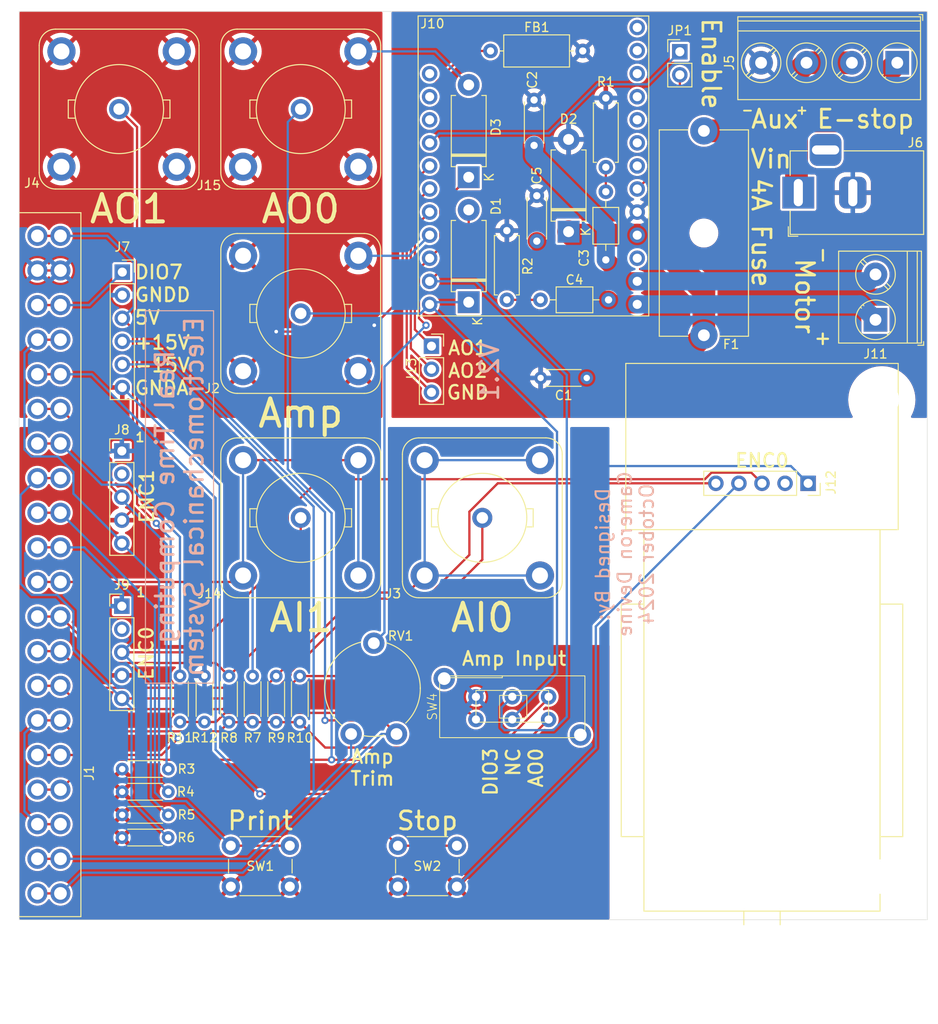
<source format=kicad_pcb>
(kicad_pcb (version 20221018) (generator pcbnew)
  (layers (0 "F.Cu" signal) (31 "B.Cu" signal) (34 "B.Paste" user) (35 "F.Paste" user) (36 "B.SilkS" user "B.Silkscreen") (37 "F.SilkS" user "F.Silkscreen") (38 "B.Mask" user) (39 "F.Mask" user) (44 "Edge.Cuts" user))
  (net 0 "")
  (net 1 "Net-(D2-K)")
  (net 2 "GNDPWR")
  (net 3 "Net-(J10-M-)")
  (net 4 "Net-(C4-Pad2)")
  (net 5 "Net-(J10-M+)")
  (net 6 "Net-(C3-Pad2)")
  (net 7 "Net-(D1-A1)")
  (net 8 "Net-(D1-A2)")
  (net 9 "Net-(D3-A1)")
  (net 10 "Net-(J5-Pin_2)")
  (net 11 "Net-(J1-AO0)")
  (net 12 "Net-(J1-AO1)")
  (net 13 "Net-(J1-AI0+)")
  (net 14 "GNDD")
  (net 15 "Net-(J1-AI0-)")
  (net 16 "Net-(J1-AI1+)")
  (net 17 "Net-(J1-AI1-)")
  (net 18 "GNDA")
  (net 19 "Net-(J1-DIO0{slash}ENC0.A)")
  (net 20 "Net-(J1-DIO1)")
  (net 21 "Net-(J1-DIO2{slash}ENC0.B)")
  (net 22 "/-15V")
  (net 23 "/+15V")
  (net 27 "Net-(J1-DIO3{slash}PWM0)")
  (net 28 "Net-(J10-AO1)")
  (net 29 "Net-(J10-AO2)")
  (net 30 "Net-(J10-IN1)")
  (net 43 "Net-(J1-DIO4{slash}ENC1.A)")
  (net 44 "Net-(J1-DIO5)")
  (net 45 "Net-(J1-DIO6{slash}ENC1.B)")
  (net 46 "Net-(J1-DIO7{slash}PWM1)")
  (net 47 "Net-(J1-5V)")
  (net 48 "Net-(J5-Pin_1)")
  (net 49 "Net-(J10-+5)")
  (net 50 "GND")
  (net 51 "Net-(SW4A-C)")
  (footprint "Connector_PinSocket_2.54mm:PinSocket_1x06_P2.54mm_Vertical" (layer "F.Cu") (at 49.35 65.95)
    (fp_text reference "J7")
    (fp_text value "Conn_01x06")
  )
  (footprint "Connector_PinHeader_2.54mm:PinHeader_1x05_P2.54mm_Vertical" (layer "F.Cu") (at 49.3 85.64)
    (fp_text reference "J8")
    (fp_text value "Conn_01x05")
  )
  (footprint "Resistor_THT:R_Axial_DIN0204_L3.6mm_D1.6mm_P5.08mm_Horizontal" (layer "F.Cu") (at 49.32 128.2)
    (fp_text reference "R6")
    (fp_text value "2.7k")
  )
  (footprint "Resistor_THT:R_Axial_DIN0204_L3.6mm_D1.6mm_P5.08mm_Horizontal" (layer "F.Cu") (at 49.34 125.7)
    (fp_text reference "R5")
    (fp_text value "2.7k")
  )
  (footprint "Resistor_THT:R_Axial_DIN0204_L3.6mm_D1.6mm_P5.08mm_Horizontal" (layer "F.Cu") (at 49.34 120.66)
    (fp_text reference "R3")
    (fp_text value "2.7k")
  )
  (footprint "motor_board:C_Connector" (layer "F.Cu") (at 38 98.155 90)
    (fp_text reference "J1")
    (fp_text value "MyRIO_C")
  )
  (footprint "Button_Switch_THT:SW_PUSH_6mm_H5mm" (layer "F.Cu") (at 61.3 129.1)
    (fp_text reference "SW1")
    (fp_text value "SW_Push")
  )
  (footprint "Connector_PinHeader_2.54mm:PinHeader_1x02_P2.54mm_Vertical" (layer "F.Cu") (at 110.75 41.69)
    (fp_text reference "JP1")
    (fp_text value "Jumper_2_Bridged")
  )
  (footprint "motor_board:Encoder_and_Motor_Mount" (layer "F.Cu") (at 119.8 81.1 -90)
    (fp_text reference "J12")
    (fp_text value "Conn_01x05")
  )
  (footprint "TerminalBlock_Phoenix:TerminalBlock_Phoenix_PT-1,5-4-5.0-H_1x04_P5.00mm_Horizontal" (layer "F.Cu") (at 134.7 42.9 180)
    (fp_text reference "J5")
    (fp_text value "Conn_01x04")
  )
  (footprint "Button_Switch_THT:SW_PUSH_6mm_H5mm" (layer "F.Cu") (at 79.7 129.1)
    (fp_text reference "SW2")
    (fp_text value "SW_Push")
  )
  (footprint "Connector_PinHeader_2.54mm:PinHeader_1x05_P2.54mm_Vertical" (layer "F.Cu") (at 49.3 102.725)
    (fp_text reference "J9")
    (fp_text value "Conn_01x05")
  )
  (footprint "Capacitor_THT:C_Axial_L3.8mm_D2.6mm_P7.50mm_Horizontal" (layer "F.Cu") (at 102.6 64.6 90)
    (fp_text reference "C3")
    (fp_text value "1nF")
  )
  (footprint "Capacitor_THT:C_Axial_L3.8mm_D2.6mm_P7.50mm_Horizontal" (layer "F.Cu") (at 102.9 69 180)
    (fp_text reference "C4")
    (fp_text value "1nF")
  )
  (footprint "Diode_THT:D_DO-15_P10.16mm_Horizontal" (layer "F.Cu") (at 98.5 61.5 90)
    (fp_text reference "D2")
    (fp_text value "P6KE200A")
  )
  (footprint "Capacitor_THT:C_Disc_D4.3mm_W1.9mm_P5.00mm" (layer "F.Cu") (at 94.7 52 90)
    (fp_text reference "C2")
    (fp_text value "470pF")
  )
  (footprint "Resistor_THT:R_Axial_DIN0207_L6.3mm_D2.5mm_P7.62mm_Horizontal" (layer "F.Cu") (at 91.7 69 90)
    (fp_text reference "R2")
    (fp_text value "560")
  )
  (footprint "motor_board:ESCON_24-2" (layer "F.Cu") (at 106.06 69.5 -90)
    (fp_text reference "J10")
    (fp_text value "ESCON_24-2")
  )
  (footprint "Diode_THT:D_DO-15_P10.16mm_Horizontal" (layer "F.Cu") (at 87.5 69.26 90)
    (fp_text reference "D1")
    (fp_text value "P6KE16CA")
  )
  (footprint "Capacitor_THT:C_Disc_D4.3mm_W1.9mm_P5.00mm" (layer "F.Cu") (at 95 62.54 90)
    (fp_text reference "C5")
    (fp_text value "470pF")
  )
  (footprint "Resistor_THT:R_Axial_DIN0207_L6.3mm_D2.5mm_P7.62mm_Horizontal" (layer "F.Cu") (at 102.6 54.4 90)
    (fp_text reference "R1")
    (fp_text value "560")
  )
  (footprint "Resistor_THT:R_Axial_DIN0204_L3.6mm_D1.6mm_P5.08mm_Horizontal" (layer "F.Cu") (at 100.5 77.6 180)
    (fp_text reference "C1")
    (fp_text value "120uF")
  )
  (footprint "Resistor_THT:R_Axial_DIN0204_L3.6mm_D1.6mm_P5.08mm_Horizontal" (layer "F.Cu") (at 49.34 123.16)
    (fp_text reference "R4")
    (fp_text value "2.7k")
  )
  (footprint "Diode_THT:D_DO-15_P10.16mm_Horizontal" (layer "F.Cu") (at 87.5 55.5 90)
    (fp_text reference "D3")
    (fp_text value "P6KE16CA")
  )
  (footprint "Connector_PinSocket_2.54mm:PinSocket_1x03_P2.54mm_Vertical" (layer "F.Cu") (at 83.4 74.1)
    (fp_text reference "J13")
    (fp_text value "Conn_01x03")
  )
  (footprint "Connector_BarrelJack:BarrelJack_Horizontal" (layer "F.Cu") (at 123.8 57.2 180)
    (fp_text reference "J6")
    (fp_text value "Barrel_Jack_Switch")
  )
  (footprint "motor_board:Vertical_BNC_Amphenol_112536" (layer "F.Cu") (at 69 70.5)
    (fp_text reference "J2")
    (fp_text value "BNC")
  )
  (footprint "motor_board:Vertical_BNC_Amphenol_112536" (layer "F.Cu") (at 89 93)
    (fp_text reference "J3")
    (fp_text value "BNC")
  )
  (footprint "motor_board:Vertical_BNC_Amphenol_112536" (layer "F.Cu") (at 49 48)
    (fp_text reference "J4")
    (fp_text value "BNC")
  )
  (footprint "Fuse:Fuseholder_Cylinder-5x20mm_Schurter_0031_8201_Horizontal_Open" (layer "F.Cu") (at 113.4 72.9 90)
    (fp_text reference "F1")
    (fp_text value "4A")
  )
  (footprint "TerminalBlock_Phoenix:TerminalBlock_Phoenix_PT-1,5-2-5.0-H_1x02_P5.00mm_Horizontal" (layer "F.Cu") (at 132.3 71.2 90)
    (fp_text reference "J11")
    (fp_text value "Conn_01x02")
  )
  (footprint "motor_board:MountingHole_#6" (layer "F.Cu") (at 133 132.5)
    (fp_text reference "H2")
    (fp_text value "MountingHole")
  )
  (footprint "Inductor_THT:L_Axial_L7.0mm_D3.3mm_P10.16mm_Horizontal_Fastron_MICC" (layer "F.Cu") (at 100.06 41.6 180)
    (fp_text reference "FB1")
    (fp_text value "FerriteBead")
  )
  (footprint "motor_board:Vertical_BNC_Amphenol_112536" (layer "F.Cu") (at 69 48)
    (fp_text reference "J15")
    (fp_text value "BNC")
  )
  (footprint "motor_board:TE Connectivity MHS DPDT Slide Switch" (layer "F.Cu") (at 84.8 110.7)
    (fp_text reference "SW4")
    (fp_text value "SW_DPDT_x2")
  )
  (footprint "Potentiometer_THT:Potentiometer_Piher_PT-10-V10_Vertical" (layer "F.Cu") (at 79.55 116.8 90)
    (fp_text reference "RV1")
    (fp_text value "10k")
  )
  (footprint "Resistor_THT:R_Axial_DIN0204_L3.6mm_D1.6mm_P5.08mm_Horizontal" (layer "F.Cu") (at 58.4 115.48 90)
    (fp_text reference "R12")
    (fp_text value "8.2k")
  )
  (footprint "Resistor_THT:R_Axial_DIN0204_L3.6mm_D1.6mm_P5.08mm_Horizontal" (layer "F.Cu") (at 55.7 115.48 90)
    (fp_text reference "R11")
    (fp_text value "22k")
  )
  (footprint "Resistor_THT:R_Axial_DIN0204_L3.6mm_D1.6mm_P5.08mm_Horizontal" (layer "F.Cu") (at 63.7 115.5 90)
    (fp_text reference "R7")
    (fp_text value "100k")
  )
  (footprint "Resistor_THT:R_Axial_DIN0204_L3.6mm_D1.6mm_P5.08mm_Horizontal" (layer "F.Cu") (at 66.3 115.5 90)
    (fp_text reference "R9")
    (fp_text value "100k")
  )
  (footprint "Resistor_THT:R_Axial_DIN0204_L3.6mm_D1.6mm_P5.08mm_Horizontal" (layer "F.Cu") (at 61.1 115.5 90)
    (fp_text reference "R8")
    (fp_text value "100k")
  )
  (footprint "Resistor_THT:R_Axial_DIN0204_L3.6mm_D1.6mm_P5.08mm_Horizontal" (layer "F.Cu") (at 68.9 115.5 90)
    (fp_text reference "R10")
    (fp_text value "100k")
  )
  (footprint "motor_board:Vertical_BNC_Amphenol_112536" (layer "F.Cu") (at 69 93)
    (fp_text reference "J14")
    (fp_text value "BNC")
  )
  (footprint "motor_board:MountingHole_#6" (layer "F.Cu") (at 133 80)
    (fp_text reference "H1")
    (fp_text value "MountingHole")
  )
  (gr_line (start 51.9 70.2) (end 51.9 111.2) (stroke (width 0.12)) (layer "B.SilkS"))
  (gr_line (start 59.4 111.2) (end 59.4 70.2) (stroke (width 0.12)) (layer "B.SilkS"))
  (gr_line (start 51.9 111.2) (end 59.4 111.2) (stroke (width 0.12)) (layer "B.SilkS"))
  (gr_line (start 59.4 70.2) (end 51.9 70.2) (stroke (width 0.12)) (layer "B.SilkS"))
  (gr_line (start 38 137.25) (end 38 37.25) (stroke (width 0.05)) (layer "Edge.Cuts"))
  (gr_line (start 138 37.25) (end 138 137.25) (stroke (width 0.05)) (layer "Edge.Cuts"))
  (gr_line (start 38 37.25) (end 138 37.25) (stroke (width 0.05)) (layer "Edge.Cuts"))
  (gr_line (start 138 137.25) (end 38 137.25) (stroke (width 0.05)) (layer "Edge.Cuts"))
  (gr_text "V2.1" (at 89.8 76.9 90) (layer "B.SilkS") (effects (font (size 2 2) (thickness 0.3)) (justify mirror)))
  (gr_text "Designed By:\nCameron Devine\nOctober 2024" (at 104.7 97 90) (layer "B.SilkS") (effects (font (size 1.5 1.5) (thickness 0.22)) (justify mirror)))
  (gr_text "Real Time Computing\nElectromechanical System" (at 55.65 90.7 90) (layer "B.SilkS") (effects (font (size 2 2) (thickness 0.3)) (justify mirror)))
  (gr_text "Vin" (at 120.8 53.5) (layer "F.SilkS") (effects (font (size 2 2) (thickness 0.3))))
  (gr_text "GNDD" (at 50.6 68.45) (layer "F.SilkS") (effects (font (size 1.5 1.5) (thickness 0.25)) (justify left)))
  (gr_text "ENC1" (at 52.05 90.64 90) (layer "F.SilkS") (effects (font (size 1.5 1.5) (thickness 0.25))))
  (gr_text "ENC0" (at 52 107.9 90) (layer "F.SilkS") (effects (font (size 1.5 1.5) (thickness 0.25))))
  (gr_text "1" (at 51.3 84.14) (layer "F.SilkS") (effects (font (size 1 1) (thickness 0.2))))
  (gr_text "Stop" (at 82.95 126.35) (layer "F.SilkS") (effects (font (size 2 2) (thickness 0.3))))
  (gr_text "Aux" (at 121.2 49.1) (layer "F.SilkS") (effects (font (size 2 2) (thickness 0.3))))
  (gr_text "E-stop" (at 131.2 49.1) (layer "F.SilkS") (effects (font (size 2 2) (thickness 0.3))))
  (gr_text "-" (at 118.2 48.1) (layer "F.SilkS") (effects (font (size 1 1) (thickness 0.2))))
  (gr_text "+" (at 124.2 48.1) (layer "F.SilkS") (effects (font (size 1 1) (thickness 0.2))))
  (gr_text "Amp" (at 69 81.5) (layer "F.SilkS") (effects (font (size 3 3) (thickness 0.45))))
  (gr_text "AO1" (at 50.1 59) (layer "F.SilkS") (effects (font (size 3 3) (thickness 0.45))))
  (gr_text "1" (at 51.4 101.2) (layer "F.SilkS") (effects (font (size 1 1) (thickness 0.2))))
  (gr_text "ENC0" (at 119.8 86.7) (layer "F.SilkS") (effects (font (size 1.5 1.5) (thickness 0.25))))
  (gr_text "Enable" (at 114.2 43 -90) (layer "F.SilkS") (effects (font (size 2 2) (thickness 0.3))))
  (gr_text "GND" (at 87.4 79.2) (layer "F.SilkS") (effects (font (size 1.5 1.5) (thickness 0.25))))
  (gr_text "AO2" (at 87.4 76.8) (layer "F.SilkS") (effects (font (size 1.5 1.5) (thickness 0.25))))
  (gr_text "AO1" (at 87.4 74.3) (layer "F.SilkS") (effects (font (size 1.5 1.5) (thickness 0.25))))
  (gr_text "4A Fuse" (at 119.7 61.6 -90) (layer "F.SilkS") (effects (font (size 2 2) (thickness 0.3))))
  (gr_text "-" (at 126.4 63 90) (layer "F.SilkS") (effects (font (size 1.5 1.5) (thickness 0.25)) (justify right)))
  (gr_text "+" (at 125.4 73.4 180) (layer "F.SilkS") (effects (font (size 1.5 1.5) (thickness 0.25)) (justify right)))
  (gr_text "NC" (at 92.4 118.2 90) (layer "F.SilkS") (effects (font (size 1.5 1.5) (thickness 0.25)) (justify right)))
  (gr_text "-15V" (at 50.6 76.2) (layer "F.SilkS") (effects (font (size 1.5 1.5) (thickness 0.25)) (justify left)))
  (gr_text "AI0" (at 89 104) (layer "F.SilkS") (effects (font (size 3 3) (thickness 0.45))))
  (gr_text "Print" (at 64.55 126.35) (layer "F.SilkS") (effects (font (size 2 2) (thickness 0.3))))
  (gr_text "+15V" (at 50.6 73.7) (layer "F.SilkS") (effects (font (size 1.5 1.5) (thickness 0.25)) (justify left)))
  (gr_text "5V" (at 50.6 70.95) (layer "F.SilkS") (effects (font (size 1.5 1.5) (thickness 0.25)) (justify left)))
  (gr_text "AO0" (at 94.9 118.2 90) (layer "F.SilkS") (effects (font (size 1.5 1.5) (thickness 0.25)) (justify right)))
  (gr_text "DIO3" (at 89.9 118.2 90) (layer "F.SilkS") (effects (font (size 1.5 1.5) (thickness 0.25)) (justify right)))
  (gr_text "DIO7" (at 50.6 65.95) (layer "F.SilkS") (effects (font (size 1.5 1.5) (thickness 0.25)) (justify left)))
  (gr_text "Amp\nTrim" (at 76.9 120.5) (layer "F.SilkS") (effects (font (size 1.5 1.5) (thickness 0.25))))
  (gr_text "Motor" (at 124.5 68.6 -90) (layer "F.SilkS") (effects (font (size 2 2) (thickness 0.3))))
  (gr_text "GNDA" (at 50.6 78.7) (layer "F.SilkS") (effects (font (size 1.5 1.5) (thickness 0.25)) (justify left)))
  (gr_text "AO0" (at 69 59) (layer "F.SilkS") (effects (font (size 3 3) (thickness 0.45))))
  (gr_text "Amp Input" (at 92.5 108.5) (layer "F.SilkS") (effects (font (size 1.5 1.5) (thickness 0.25))))
  (gr_text "AI1" (at 69 104) (layer "F.SilkS") (effects (font (size 3 3) (thickness 0.45))))
  (segment (start 108.7 77.6) (end 113.4 72.9) (width 2.5) (layer "F.Cu") (net 1))
  (segment (start 98.88 61.88) (end 98.5 61.5) (width 2.5) (layer "F.Cu") (net 1))
  (segment (start 100.5 77.6) (end 108.7 77.6) (width 2.5) (layer "F.Cu") (net 1))
  (segment (start 113.4 68.017919) (end 107.262081 61.88) (width 2.5) (layer "F.Cu") (net 1))
  (segment (start 113.4 72.9) (end 113.4 68.017919) (width 2.5) (layer "F.Cu") (net 1))
  (segment (start 106.06 61.88) (end 98.88 61.88) (width 2.5) (layer "F.Cu") (net 1))
  (segment (start 107.262081 61.88) (end 106.06 61.88) (width 2.5) (layer "F.Cu") (net 1))
  (segment (start 106.06 66.96) (end 104.96 66.96) (width 2) (layer "F.Cu") (net 3))
  (segment (start 104.96 66.96) (end 102.6 64.6) (width 2) (layer "F.Cu") (net 3))
  (segment (start 94.7 53.13137) (end 102.6 61.03137) (width 2) (layer "B.Cu") (net 3))
  (segment (start 94.7 52) (end 94.7 53.13137) (width 2) (layer "B.Cu") (net 3))
  (segment (start 106.06 66.96) (end 131.54 66.96) (width 2) (layer "B.Cu") (net 3))
  (segment (start 131.54 66.96) (end 132.3 66.2) (width 2) (layer "B.Cu") (net 3))
  (segment (start 102.6 61.03137) (end 102.6 64.6) (width 2) (layer "B.Cu") (net 3))
  (segment (start 95.4 69) (end 91.7 69) (width 0.25) (layer "F.Cu") (net 4))
  (segment (start 103.4 69.5) (end 102.9 69) (width 2) (layer "F.Cu") (net 5))
  (segment (start 102.9 69) (end 101.46 69) (width 2) (layer "F.Cu") (net 5))
  (segment (start 101.46 69) (end 95 62.54) (width 2) (layer "F.Cu") (net 5))
  (segment (start 106.06 69.5) (end 103.4 69.5) (width 2) (layer "F.Cu") (net 5))
  (segment (start 130.6 69.5) (end 132.3 71.2) (width 2) (layer "B.Cu") (net 5))
  (segment (start 106.06 69.5) (end 130.6 69.5) (width 2) (layer "B.Cu") (net 5))
  (segment (start 102.6 57.1) (end 102.6 54.4) (width 0.25) (layer "F.Cu") (net 6))
  (segment (start 97.225 83.525) (end 97.225 110.113299) (width 0.25) (layer "B.Cu") (net 7))
  (segment (start 82.2 70.5) (end 83.2 69.5) (width 0.25) (layer "B.Cu") (net 7))
  (segment (start 87.5 69.26) (end 83.44 69.26) (width 0.25) (layer "B.Cu") (net 7))
  (segment (start 69 70.5) (end 82.2 70.5) (width 0.25) (layer "B.Cu") (net 7))
  (segment (start 83.2 69.5) (end 97.225 83.525) (width 0.25) (layer "B.Cu") (net 7))
  (segment (start 92.3 115.038299) (end 92.3 115.2) (width 0.25) (layer "B.Cu") (net 7))
  (segment (start 97.225 110.113299) (end 92.3 115.038299) (width 0.25) (layer "B.Cu") (net 7))
  (segment (start 83.44 69.26) (end 83.2 69.5) (width 0.25) (layer "B.Cu") (net 7))
  (segment (start 87.5 59.1) (end 87.5 62.66) (width 0.25) (layer "F.Cu") (net 8))
  (segment (start 87.5 62.66) (end 83.2 66.96) (width 0.25) (layer "F.Cu") (net 8))
  (segment (start 98.3 114.9) (end 98.3 77.275) (width 0.25) (layer "B.Cu") (net 8))
  (segment (start 88.25 66.96) (end 83.2 66.96) (width 0.25) (layer "B.Cu") (net 8))
  (segment (start 89.025 67.735) (end 88.25 66.96) (width 0.25) (layer "B.Cu") (net 8))
  (segment (start 91.125 113.875) (end 91.125 116.025) (width 0.25) (layer "B.Cu") (net 8))
  (segment (start 89.025 68) (end 89.025 67.735) (width 0.25) (layer "B.Cu") (net 8))
  (segment (start 92.3 112.7) (end 91.125 113.875) (width 0.25) (layer "B.Cu") (net 8))
  (segment (start 91.475 116.375) (end 96.825 116.375) (width 0.25) (layer "B.Cu") (net 8))
  (segment (start 98.3 77.275) (end 89.025 68) (width 0.25) (layer "B.Cu") (net 8))
  (segment (start 96.825 116.375) (end 98.3 114.9) (width 0.25) (layer "B.Cu") (net 8))
  (segment (start 91.125 116.025) (end 91.475 116.375) (width 0.25) (layer "B.Cu") (net 8))
  (segment (start 82.8 71.8) (end 82.025 71.025) (width 0.25) (layer "F.Cu") (net 9))
  (segment (start 87.5 55.5) (end 84.375 58.625) (width 0.25) (layer "F.Cu") (net 9))
  (segment (start 82.025 71.025) (end 82.025 65.595) (width 0.25) (layer "F.Cu") (net 9))
  (segment (start 84.375 63.245) (end 83.2 64.42) (width 0.25) (layer "F.Cu") (net 9))
  (segment (start 84.375 58.625) (end 84.375 63.245) (width 0.25) (layer "F.Cu") (net 9))
  (segment (start 82.025 65.595) (end 83.2 64.42) (width 0.25) (layer "F.Cu") (net 9))
  (via (at 82.8 71.8) (size 0.8) (drill 0.4) (layers "F.Cu" "B.Cu") (net 9))
  (segment (start 77.05 106.8) (end 78.219999 105.630001) (width 0.25) (layer "B.Cu") (net 9))
  (segment (start 78.219999 105.630001) (end 78.219999 76.380001) (width 0.25) (layer "B.Cu") (net 9))
  (segment (start 78.219999 76.380001) (end 82.8 71.8) (width 0.25) (layer "B.Cu") (net 9))
  (segment (start 117.2 50.4) (end 124.7 42.9) (width 2.5) (layer "F.Cu") (net 10))
  (segment (start 113.4 50.4) (end 117.2 50.4) (width 2.5) (layer "F.Cu") (net 10))
  (segment (start 129.7 42.9) (end 124.7 42.9) (width 2.5) (layer "F.Cu") (net 10))
  (segment (start 45.825 119.635) (end 72.2 119.635) (width 0.25) (layer "F.Cu") (net 11))
  (segment (start 91.865 119.635) (end 96.3 115.2) (width 0.25) (layer "F.Cu") (net 11))
  (segment (start 42.54 122.92) (end 45.825 119.635) (width 0.25) (layer "F.Cu") (net 11))
  (segment (start 40 122.92) (end 42.54 122.92) (width 0.25) (layer "F.Cu") (net 11))
  (segment (start 72.2 119.635) (end 91.865 119.635) (width 0.25) (layer "F.Cu") (net 11))
  (via (at 72.4 119.635) (size 0.8) (drill 0.4) (layers "F.Cu" "B.Cu") (net 11))
  (segment (start 72.4 119.635) (end 72.4 92.475557) (width 0.25) (layer "B.Cu") (net 11))
  (segment (start 67.575 49.425) (end 67.575 87.650557) (width 0.25) (layer "B.Cu") (net 11))
  (segment (start 72.4 119.435) (end 72.2 119.635) (width 0.25) (layer "B.Cu") (net 11))
  (segment (start 67.575 87.650557) (end 72.4 92.475557) (width 0.25) (layer "B.Cu") (net 11))
  (segment (start 69 48) (end 67.575 49.425) (width 0.25) (layer "B.Cu") (net 11))
  (segment (start 53.67 119.11) (end 55.5 117.28) (width 0.25) (layer "F.Cu") (net 12))
  (segment (start 40 119.11) (end 42.54 119.11) (width 0.25) (layer "F.Cu") (net 12))
  (segment (start 42.54 119.11) (end 53.67 119.11) (width 0.25) (layer "F.Cu") (net 12))
  (segment (start 49 48) (end 50.975 49.975) (width 0.25) (layer "F.Cu") (net 12))
  (segment (start 50.975 91.475) (end 53.1 93.6) (width 0.25) (layer "F.Cu") (net 12))
  (segment (start 50.975 49.975) (end 50.975 91.475) (width 0.25) (layer "F.Cu") (net 12))
  (via (at 53.1 93.6) (size 0.8) (drill 0.4) (layers "F.Cu" "B.Cu") (net 12))
  (via (at 55.5 117.28) (size 0.8) (drill 0.4) (layers "F.Cu" "B.Cu") (net 12))
  (segment (start 54.675 95.275) (end 53.1 93.7) (width 0.25) (layer "B.Cu") (net 12))
  (segment (start 54.675 116.455) (end 54.675 95.275) (width 0.25) (layer "B.Cu") (net 12))
  (segment (start 53.1 93.7) (end 53.1 93.6) (width 0.25) (layer "B.Cu") (net 12))
  (segment (start 55.5 117.28) (end 54.675 116.455) (width 0.25) (layer "B.Cu") (net 12))
  (segment (start 60.454035 114.06) (end 60.564035 113.95) (width 0.25) (layer "F.Cu") (net 13))
  (segment (start 89 97.600646) (end 89 93) (width 0.25) (layer "F.Cu") (net 13))
  (segment (start 40 111.49) (end 42.54 111.49) (width 0.25) (layer "F.Cu") (net 13))
  (segment (start 42.54 111.49) (end 45.11 114.06) (width 0.25) (layer "F.Cu") (net 13))
  (segment (start 60.564035 113.95) (end 65.37 113.95) (width 0.25) (layer "F.Cu") (net 13))
  (segment (start 65.37 113.95) (end 68.9 110.42) (width 0.25) (layer "F.Cu") (net 13))
  (segment (start 68.9 110.42) (end 76.180646 110.42) (width 0.25) (layer "F.Cu") (net 13))
  (segment (start 76.180646 110.42) (end 89 97.600646) (width 0.25) (layer "F.Cu") (net 13))
  (segment (start 45.11 114.06) (end 60.454035 114.06) (width 0.25) (layer "F.Cu") (net 13))
  (segment (start 76.4 72.5) (end 66.3 72.5) (width 0.25) (layer "F.Cu") (net 14))
  (segment (start 89.9 41.6) (end 87.361701 41.6) (width 0.25) (layer "F.Cu") (net 14))
  (segment (start 80.225 68.675) (end 77.1 71.8) (width 0.25) (layer "F.Cu") (net 14))
  (segment (start 83.561701 45.4) (end 82.5 45.4) (width 0.25) (layer "F.Cu") (net 14))
  (segment (start 80.225 47.675) (end 80.225 68.675) (width 0.25) (layer "F.Cu") (net 14))
  (segment (start 40 65.77) (end 42.54 65.77) (width 0.25) (layer "F.Cu") (net 14))
  (segment (start 77.1 71.8) (end 76.4 72.5) (width 0.25) (layer "F.Cu") (net 14))
  (segment (start 87.361701 41.6) (end 83.561701 45.4) (width 0.25) (layer "F.Cu") (net 14))
  (segment (start 82.5 45.4) (end 80.225 47.675) (width 0.25) (layer "F.Cu") (net 14))
  (via (at 77.1 71.8) (size 0.8) (drill 0.4) (layers "F.Cu" "B.Cu") (net 14))
  (via (at 66.3 72.5) (size 0.8) (drill 0.4) (layers "F.Cu" "B.Cu") (net 14))
  (segment (start 124.88 89.2) (end 122.98 87.3) (width 0.25) (layer "B.Cu") (net 14))
  (segment (start 122.98 87.3) (end 101.1 87.3) (width 0.25) (layer "B.Cu") (net 14))
  (segment (start 75.495 101.225) (end 80.775 101.225) (width 0.25) (layer "F.Cu") (net 15))
  (segment (start 66.3 110.42) (end 75.495 101.225) (width 0.25) (layer "F.Cu") (net 15))
  (segment (start 42.54 107.68) (end 46.57 111.71) (width 0.25) (layer "F.Cu") (net 15))
  (segment (start 80.775 101.225) (end 82.65 99.35) (width 0.25) (layer "F.Cu") (net 15))
  (segment (start 65.01 111.71) (end 66.3 110.42) (width 0.25) (layer "F.Cu") (net 15))
  (segment (start 46.57 111.71) (end 65.01 111.71) (width 0.25) (layer "F.Cu") (net 15))
  (segment (start 40 107.68) (end 42.54 107.68) (width 0.25) (layer "F.Cu") (net 15))
  (segment (start 82.65 99.35) (end 82.65 86.65) (width 0.25) (layer "B.Cu") (net 15))
  (segment (start 82.65 86.65) (end 95.35 86.65) (width 0.25) (layer "B.Cu") (net 15))
  (segment (start 82.65 99.35) (end 95.35 99.35) (width 0.25) (layer "B.Cu") (net 15))
  (segment (start 59.66 108.98) (end 61.1 110.42) (width 0.25) (layer "F.Cu") (net 16))
  (segment (start 40 103.87) (end 42.54 103.87) (width 0.25) (layer "F.Cu") (net 16))
  (segment (start 42.54 103.87) (end 47.65 108.98) (width 0.25) (layer "F.Cu") (net 16))
  (segment (start 47.65 108.98) (end 59.66 108.98) (width 0.25) (layer "F.Cu") (net 16))
  (segment (start 69 102.52) (end 61.1 110.42) (width 0.25) (layer "F.Cu") (net 16))
  (segment (start 69 93) (end 69 102.52) (width 0.25) (layer "F.Cu") (net 16))
  (segment (start 62.65 86.65) (end 75.35 86.65) (width 0.25) (layer "F.Cu") (net 17))
  (segment (start 40 100.06) (end 42.54 100.06) (width 0.25) (layer "F.Cu") (net 17))
  (segment (start 42.54 100.06) (end 61.94 100.06) (width 0.25) (layer "F.Cu") (net 17))
  (segment (start 61.94 100.06) (end 62.65 99.35) (width 0.25) (layer "F.Cu") (net 17))
  (segment (start 75.35 99.35) (end 75.35 86.65) (width 0.25) (layer "B.Cu") (net 17))
  (segment (start 63.7 110.42) (end 63.7 100.4) (width 0.25) (layer "B.Cu") (net 17))
  (segment (start 62.65 86.65) (end 62.65 99.35) (width 0.25) (layer "B.Cu") (net 17))
  (segment (start 63.7 100.4) (end 62.65 99.35) (width 0.25) (layer "B.Cu") (net 17))
  (segment (start 96.3 112.861701) (end 96.3 112.7) (width 0.25) (layer "F.Cu") (net 18))
  (segment (start 60.095 116.505) (end 61.1 115.5) (width 0.25) (layer "F.Cu") (net 18))
  (segment (start 40 115.3) (end 42.54 115.3) (width 0.25) (layer "F.Cu") (net 18))
  (segment (start 40 126.73) (end 42.54 126.73) (width 0.25) (layer "F.Cu") (net 18))
  (segment (start 43.745 116.505) (end 60.095 116.505) (width 0.25) (layer "F.Cu") (net 18))
  (segment (start 71.695 118.295) (end 90.866701 118.295) (width 0.25) (layer "F.Cu") (net 18))
  (segment (start 60.9 115.3) (end 61.1 115.5) (width 0.25) (layer "F.Cu") (net 18))
  (segment (start 61.1 115.5) (end 63.7 115.5) (width 0.25) (layer "F.Cu") (net 18))
  (segment (start 68.9 115.5) (end 71.695 118.295) (width 0.25) (layer "F.Cu") (net 18))
  (segment (start 90.866701 118.295) (end 96.3 112.861701) (width 0.25) (layer "F.Cu") (net 18))
  (segment (start 42.54 115.3) (end 43.745 116.505) (width 0.25) (layer "F.Cu") (net 18))
  (segment (start 63.7 115.5) (end 66.3 115.5) (width 0.25) (layer "F.Cu") (net 18))
  (segment (start 68.9 115.5) (end 66.3 115.5) (width 0.25) (layer "F.Cu") (net 18))
  (segment (start 60.075 89.375) (end 60.075 114.475) (width 0.25) (layer "B.Cu") (net 18))
  (segment (start 60.075 114.475) (end 61.1 115.5) (width 0.25) (layer "B.Cu") (net 18))
  (segment (start 75.35 64.15) (end 80.93 64.15) (width 0.25) (layer "B.Cu") (net 18))
  (segment (start 40 126.73) (end 38.575 125.305) (width 0.25) (layer "B.Cu") (net 18))
  (segment (start 38.575 125.305) (end 38.575 116.725) (width 0.25) (layer "B.Cu") (net 18))
  (segment (start 49.35 78.65) (end 60.075 89.375) (width 0.25) (layer "B.Cu") (net 18))
  (segment (start 80.93 64.15) (end 83.2 61.88) (width 0.25) (layer "B.Cu") (net 18))
  (segment (start 83.81 41.65) (end 75.35 41.65) (width 0.25) (layer "B.Cu") (net 18))
  (segment (start 87.5 45.34) (end 83.81 41.65) (width 0.25) (layer "B.Cu") (net 18))
  (segment (start 38.575 116.725) (end 40 115.3) (width 0.25) (layer "B.Cu") (net 18))
  (segment (start 114.233299 88.025) (end 118.625 88.025) (width 0.25) (layer "F.Cu") (net 19))
  (segment (start 56.846651 107.805) (end 67.575 97.076651) (width 0.25) (layer "F.Cu") (net 19))
  (segment (start 67.575 92.225) (end 71.05 88.75) (width 0.25) (layer "F.Cu") (net 19))
  (segment (start 67.575 97.076651) (end 67.575 92.225) (width 0.25) (layer "F.Cu") (net 19))
  (segment (start 71.05 88.75) (end 113.508299 88.75) (width 0.25) (layer "F.Cu") (net 19))
  (segment (start 49.3 107.805) (end 56.846651 107.805) (width 0.25) (layer "F.Cu") (net 19))
  (segment (start 118.625 88.025) (end 119.8 89.2) (width 0.25) (layer "F.Cu") (net 19))
  (segment (start 40 96.25) (end 42.54 96.25) (width 0.25) (layer "F.Cu") (net 19))
  (segment (start 113.508299 88.75) (end 114.233299 88.025) (width 0.25) (layer "F.Cu") (net 19))
  (segment (start 52.495 111) (end 49.3 107.805) (width 0.25) (layer "B.Cu") (net 19))
  (segment (start 49.3 107.805) (end 50.475 106.63) (width 0.25) (layer "B.Cu") (net 19))
  (segment (start 54.42 125.7) (end 52.495 123.775) (width 0.25) (layer "B.Cu") (net 19))
  (segment (start 45.175 96.25) (end 42.54 96.25) (width 0.25) (layer "B.Cu") (net 19))
  (segment (start 50.475 106.63) (end 50.475 101.55) (width 0.25) (layer "B.Cu") (net 19))
  (segment (start 52.495 123.775) (end 52.495 111) (width 0.25) (layer "B.Cu") (net 19))
  (segment (start 50.475 101.55) (end 45.175 96.25) (width 0.25) (layer "B.Cu") (net 19))
  (segment (start 40 92.44) (end 42.54 92.44) (width 0.25) (layer "F.Cu") (net 20))
  (segment (start 61.3 129.1) (end 67.8 129.1) (width 0.25) (layer "F.Cu") (net 20))
  (segment (start 52.945 102.845) (end 42.54 92.44) (width 0.25) (layer "B.Cu") (net 20))
  (segment (start 52.945 123.245) (end 52.945 102.845) (width 0.25) (layer "B.Cu") (net 20))
  (segment (start 61.3 129.1) (end 56.385 124.185) (width 0.25) (layer "B.Cu") (net 20))
  (segment (start 56.385 124.185) (end 53.885 124.185) (width 0.25) (layer "B.Cu") (net 20))
  (segment (start 53.885 124.185) (end 52.945 123.245) (width 0.25) (layer "B.Cu") (net 20))
  (segment (start 90.7 89.2) (end 114.72 89.2) (width 0.25) (layer "F.Cu") (net 21))
  (segment (start 82.751651 101.9) (end 87.575 97.076651) (width 0.25) (layer "F.Cu") (net 21))
  (segment (start 87.575 92.325) (end 90.7 89.2) (width 0.25) (layer "F.Cu") (net 21))
  (segment (start 67.875 110.294569) (end 67.875 109.995431) (width 0.25) (layer "F.Cu") (net 21))
  (segment (start 40 88.63) (end 42.54 88.63) (width 0.25) (layer "F.Cu") (net 21))
  (segment (start 67.875 109.995431) (end 75.970431 101.9) (width 0.25) (layer "F.Cu") (net 21))
  (segment (start 49.3 112.885) (end 65.284569 112.885) (width 0.25) (layer "F.Cu") (net 21))
  (segment (start 65.284569 112.885) (end 67.875 110.294569) (width 0.25) (layer "F.Cu") (net 21))
  (segment (start 87.575 97.076651) (end 87.575 92.325) (width 0.25) (layer "F.Cu") (net 21))
  (segment (start 75.970431 101.9) (end 82.751651 101.9) (width 0.25) (layer "F.Cu") (net 21))
  (segment (start 43.965 103.279745) (end 42.170255 101.485) (width 0.25) (layer "B.Cu") (net 21))
  (segment (start 38.15 100.25) (end 38.15 90.48) (width 0.25) (layer "B.Cu") (net 21))
  (segment (start 42.170255 101.485) (end 39.385 101.485) (width 0.25) (layer "B.Cu") (net 21))
  (segment (start 39.385 101.485) (end 38.15 100.25) (width 0.25) (layer "B.Cu") (net 21))
  (segment (start 43.965 107.55) (end 43.965 103.279745) (width 0.25) (layer "B.Cu") (net 21))
  (segment (start 54.4 128.2) (end 50.365 124.165) (width 0.25) (layer "B.Cu") (net 21))
  (segment (start 38.15 90.48) (end 40 88.63) (width 0.25) (layer "B.Cu") (net 21))
  (segment (start 50.365 124.165) (end 50.365 113.95) (width 0.25) (layer "B.Cu") (net 21))
  (segment (start 50.365 113.95) (end 49.3 112.885) (width 0.25) (layer "B.Cu") (net 21))
  (segment (start 49.3 112.885) (end 43.965 107.55) (width 0.25) (layer "B.Cu") (net 21))
  (segment (start 40 130.54) (end 42.54 130.54) (width 0.25) (layer "F.Cu") (net 22))
  (segment (start 49.35 76.11) (end 54.761651 76.11) (width 0.25) (layer "B.Cu") (net 22))
  (segment (start 70.2 123.6) (end 63.26 130.54) (width 0.25) (layer "B.Cu") (net 22))
  (segment (start 74.55 116.8) (end 74.55 119.25) (width 0.25) (layer "B.Cu") (net 22))
  (segment (start 63.26 130.54) (end 42.54 130.54) (width 0.25) (layer "B.Cu") (net 22))
  (segment (start 54.761651 76.11) (end 70.425 91.773349) (width 0.25) (layer "B.Cu") (net 22))
  (segment (start 70.425 123.375) (end 70.2 123.6) (width 0.25) (layer "B.Cu") (net 22))
  (segment (start 70.425 91.773349) (end 70.425 123.375) (width 0.25) (layer "B.Cu") (net 22))
  (segment (start 74.55 119.25) (end 70.2 123.6) (width 0.25) (layer "B.Cu") (net 22))
  (segment (start 79.55 116.8) (end 78.05 115.3) (width 0.25) (layer "F.Cu") (net 23))
  (segment (start 78.05 115.3) (end 71.675 115.3) (width 0.25) (layer "F.Cu") (net 23))
  (segment (start 40 134.35) (end 42.54 134.35) (width 0.25) (layer "F.Cu") (net 23))
  (via (at 71.675 115.3) (size 0.8) (drill 0.4) (layers "F.Cu" "B.Cu") (net 23))
  (segment (start 79.55 116.8) (end 77.895371 116.8) (width 0.25) (layer "B.Cu") (net 23))
  (segment (start 62.625 132.070371) (end 44.819629 132.070371) (width 0.25) (layer "B.Cu") (net 23))
  (segment (start 49.35 73.57) (end 52.858047 73.57) (width 0.25) (layer "B.Cu") (net 23))
  (segment (start 77.895371 116.8) (end 62.625 132.070371) (width 0.25) (layer "B.Cu") (net 23))
  (segment (start 44.819629 132.070371) (end 42.54 134.35) (width 0.25) (layer "B.Cu") (net 23))
  (segment (start 52.858047 73.57) (end 71.675 92.386953) (width 0.25) (layer "B.Cu") (net 23))
  (segment (start 71.675 92.386953) (end 71.675 115.3) (width 0.25) (layer "B.Cu") (net 23))
  (segment (start 40 84.82) (end 42.54 84.82) (width 0.25) (layer "F.Cu") (net 27))
  (segment (start 49.951016 89.355) (end 55.7 95.103984) (width 0.25) (layer "B.Cu") (net 27))
  (segment (start 47.075 89.355) (end 42.54 84.82) (width 0.25) (layer "B.Cu") (net 27))
  (segment (start 42.54 84.82) (end 42.96 84.4) (width 0.25) (layer "B.Cu") (net 27))
  (segment (start 47.075 89.355) (end 49.951016 89.355) (width 0.25) (layer "B.Cu") (net 27))
  (segment (start 55.7 110.4) (end 55.7 95.103984) (width 0.25) (layer "B.Cu") (net 27))
  (segment (start 81.575 60.965) (end 83.2 59.34) (width 0.25) (layer "F.Cu") (net 28))
  (segment (start 83.4 74.1) (end 81.575 72.275) (width 0.25) (layer "F.Cu") (net 28))
  (segment (start 81.575 72.275) (end 81.575 60.965) (width 0.25) (layer "F.Cu") (net 28))
  (segment (start 81.125 58.875) (end 83.2 56.8) (width 0.25) (layer "F.Cu") (net 29))
  (segment (start 81.125 74.365) (end 81.125 58.875) (width 0.25) (layer "F.Cu") (net 29))
  (segment (start 83.4 76.64) (end 81.125 74.365) (width 0.25) (layer "F.Cu") (net 29))
  (segment (start 96.325 50.675) (end 101.725 45.275) (width 0.25) (layer "B.Cu") (net 30))
  (segment (start 101.725 45.275) (end 107.165 45.275) (width 0.25) (layer "B.Cu") (net 30))
  (segment (start 84.245 50.675) (end 96.325 50.675) (width 0.25) (layer "B.Cu") (net 30))
  (segment (start 83.2 51.72) (end 84.245 50.675) (width 0.25) (layer "B.Cu") (net 30))
  (segment (start 107.165 45.275) (end 110.75 41.69) (width 0.25) (layer "B.Cu") (net 30))
  (segment (start 48.125 86.595) (end 48.125 89.545) (width 0.25) (layer "F.Cu") (net 43))
  (segment (start 48.125 89.545) (end 49.3 90.72) (width 0.25) (layer "F.Cu") (net 43))
  (segment (start 40 81.01) (end 42.54 81.01) (width 0.25) (layer "F.Cu") (net 43))
  (segment (start 42.54 81.01) (end 48.125 86.595) (width 0.25) (layer "F.Cu") (net 43))
  (segment (start 49.3 90.996016) (end 49.3 90.72) (width 0.25) (layer "B.Cu") (net 43))
  (segment (start 54.225 95.921016) (end 49.3 90.996016) (width 0.25) (layer "B.Cu") (net 43))
  (segment (start 54.42 120.66) (end 54.225 120.465) (width 0.25) (layer "B.Cu") (net 43))
  (segment (start 54.225 120.465) (end 54.225 95.921016) (width 0.25) (layer "B.Cu") (net 43))
  (segment (start 64.5 123.4) (end 74 123.4) (width 0.25) (layer "F.Cu") (net 44))
  (segment (start 74 123.4) (end 79.7 129.1) (width 0.25) (layer "F.Cu") (net 44))
  (segment (start 79.7 129.1) (end 86.2 129.1) (width 0.25) (layer "F.Cu") (net 44))
  (segment (start 40 77.2) (end 42.54 77.2) (width 0.25) (layer "F.Cu") (net 44))
  (via (at 64.5 123.4) (size 0.8) (drill 0.4) (layers "F.Cu" "B.Cu") (net 44))
  (segment (start 59.625 90.828984) (end 59.625 118.525) (width 0.25) (layer "B.Cu") (net 44))
  (segment (start 42.54 77.2) (end 45.996016 77.2) (width 0.25) (layer "B.Cu") (net 44))
  (segment (start 45.996016 77.2) (end 59.625 90.828984) (width 0.25) (layer "B.Cu") (net 44))
  (segment (start 59.625 118.525) (end 64.5 123.4) (width 0.25) (layer "B.Cu") (net 44))
  (segment (start 40 73.39) (end 42.54 73.39) (width 0.25) (layer "F.Cu") (net 45))
  (segment (start 53.395 122.135) (end 53.395 99.895) (width 0.25) (layer "B.Cu") (net 45))
  (segment (start 38.575 74.815) (end 40 73.39) (width 0.25) (layer "B.Cu") (net 45))
  (segment (start 43.965 90.328604) (end 43.965 87.965) (width 0.25) (layer "B.Cu") (net 45))
  (segment (start 39.345 86.245) (end 38.575 85.475) (width 0.25) (layer "B.Cu") (net 45))
  (segment (start 49.3 95.8) (end 49.3 95.663604) (width 0.25) (layer "B.Cu") (net 45))
  (segment (start 43.965 87.965) (end 42.245 86.245) (width 0.25) (layer "B.Cu") (net 45))
  (segment (start 38.575 85.475) (end 38.575 74.815) (width 0.25) (layer "B.Cu") (net 45))
  (segment (start 49.3 95.663604) (end 43.965 90.328604) (width 0.25) (layer "B.Cu") (net 45))
  (segment (start 53.395 99.895) (end 49.3 95.8) (width 0.25) (layer "B.Cu") (net 45))
  (segment (start 42.245 86.245) (end 39.345 86.245) (width 0.25) (layer "B.Cu") (net 45))
  (segment (start 54.42 123.16) (end 53.395 122.135) (width 0.25) (layer "B.Cu") (net 45))
  (segment (start 40 69.58) (end 42.54 69.58) (width 0.25) (layer "F.Cu") (net 46))
  (segment (start 42.54 69.58) (end 45.72 69.58) (width 0.25) (layer "B.Cu") (net 46))
  (segment (start 45.72 69.58) (end 49.35 65.95) (width 0.25) (layer "B.Cu") (net 46))
  (segment (start 40 61.96) (end 42.54 61.96) (width 0.25) (layer "F.Cu") (net 47))
  (segment (start 49.35 71.03) (end 50.525 72.205) (width 0.25) (layer "F.Cu") (net 47))
  (segment (start 50.525 92.035) (end 49.3 93.26) (width 0.25) (layer "F.Cu") (net 47))
  (segment (start 50.525 72.205) (end 50.525 92.035) (width 0.25) (layer "F.Cu") (net 47))
  (segment (start 101.5 104.96) (end 117.26 89.2) (width 0.25) (layer "B.Cu") (net 47))
  (segment (start 47.71 61.96) (end 50.6 64.85) (width 0.25) (layer "B.Cu") (net 47))
  (segment (start 42.54 61.96) (end 47.71 61.96) (width 0.25) (layer "B.Cu") (net 47))
  (segment (start 101.5 118.3) (end 101.5 104.96) (width 0.25) (layer "B.Cu") (net 47))
  (segment (start 50.6 69.78) (end 49.35 71.03) (width 0.25) (layer "B.Cu") (net 47))
  (segment (start 86.2 133.6) (end 101.5 118.3) (width 0.25) (layer "B.Cu") (net 47))
  (segment (start 50.6 64.85) (end 50.6 69.78) (width 0.25) (layer "B.Cu") (net 47))
  (segment (start 123.6 57) (end 123.8 57.2) (width 2.5) (layer "F.Cu") (net 48))
  (segment (start 134.7 42.9) (end 128.3 49.3) (width 2.5) (layer "F.Cu") (net 48))
  (segment (start 123.6 50.6) (end 123.6 57) (width 2.5) (layer "F.Cu") (net 48))
  (segment (start 124.9 49.3) (end 123.6 50.6) (width 2.5) (layer "F.Cu") (net 48))
  (segment (start 128.3 49.3) (end 124.9 49.3) (width 2.5) (layer "F.Cu") (net 48))
  (segment (start 110.75 44.23) (end 110.75 52.11) (width 0.25) (layer "F.Cu") (net 49))
  (segment (start 110.75 52.11) (end 106.06 56.8) (width 0.25) (layer "F.Cu") (net 49))
  (segment (start 80.675 56.785) (end 83.2 54.26) (width 0.25) (layer "F.Cu") (net 50))
  (segment (start 83.4 79.18) (end 80.675 76.455) (width 0.25) (layer "F.Cu") (net 50))
  (segment (start 80.675 76.455) (end 80.675 56.785) (width 0.25) (layer "F.Cu") (net 50))
  (segment (start 59.670431 115.48) (end 60.675431 114.475) (width 0.25) (layer "F.Cu") (net 51))
  (segment (start 55.7 115.48) (end 58.4 115.48) (width 0.25) (layer "F.Cu") (net 51))
  (segment (start 87.575 114.475) (end 88.3 115.2) (width 0.25) (layer "F.Cu") (net 51))
  (segment (start 60.675431 114.475) (end 87.575 114.475) (width 0.25) (layer "F.Cu") (net 51))
  (segment (start 58.4 115.48) (end 59.670431 115.48) (width 0.25) (layer "F.Cu") (net 51))
  (zone (net 47) (net_name "Net-(J1-5V)") (layer "F.Cu") (priority 3) (connect_pads (clearance 0.254)) (min_thickness 0.25) (fill yes (thermal_gap 0.5) (thermal_bridge_width 0.5))
    (polygon (pts (xy 37 83) (xy 54 83) (xy 54 107) (xy 103 107) (xy 103 138) (xy 37 138)))
  )
  (zone (net 18) (net_name "GNDA") (layer "F.Cu") (priority 1) (connect_pads (clearance 0.254)) (min_thickness 0.25) (fill yes (thermal_gap 0.5) (thermal_bridge_width 0.5))
    (polygon (pts (xy 78 36) (xy 78 82) (xy 37 82) (xy 37 36)))
  )
  (zone (net 2) (net_name "GNDPWR") (layers "F&B.Cu") (connect_pads (clearance 0.254)) (min_thickness 0.25) (fill yes (thermal_gap 0.5) (thermal_bridge_width 0.5))
    (polygon (pts (xy 79 36) (xy 139 36) (xy 139 82) (xy 79 82)))
  )
  (zone (net 14) (net_name "GNDD") (layer "B.Cu") (priority 2) (connect_pads (clearance 0.254)) (min_thickness 0.25) (fill yes (thermal_gap 0.5) (thermal_bridge_width 0.5))
    (polygon (pts (xy 37 61) (xy 78 61) (xy 78 83) (xy 103 83) (xy 103 138) (xy 37 138)))
  )
)
</source>
